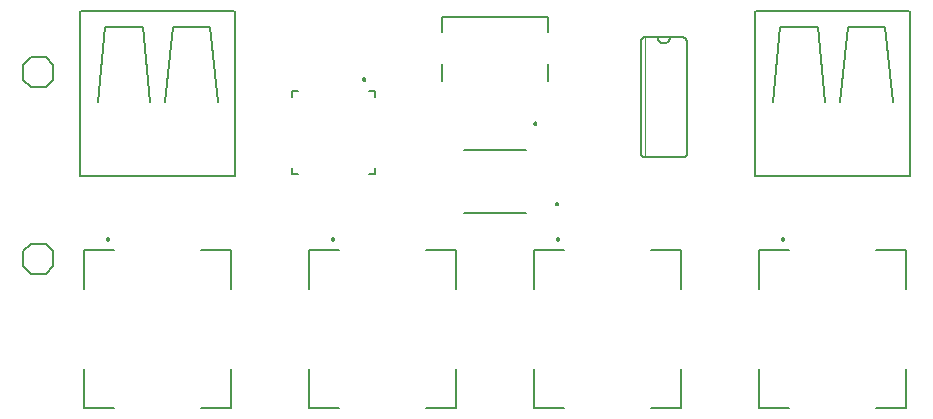
<source format=gbr>
G04 EAGLE Gerber RS-274X export*
G75*
%MOMM*%
%FSLAX34Y34*%
%LPD*%
%INSilkscreen Top*%
%IPPOS*%
%AMOC8*
5,1,8,0,0,1.08239X$1,22.5*%
G01*
%ADD10C,0.127000*%
%ADD11C,0.200000*%
%ADD12C,0.152400*%
%ADD13C,0.050800*%


D10*
X128000Y819813D02*
X128000Y852813D01*
X153500Y852813D01*
X227500Y852813D02*
X253000Y852813D01*
X253000Y819813D01*
X128000Y751813D02*
X128000Y718813D01*
X153500Y718813D01*
X227500Y718813D02*
X253000Y718813D01*
X253000Y751813D01*
D11*
X147500Y861813D02*
X147502Y861876D01*
X147508Y861938D01*
X147518Y862000D01*
X147531Y862062D01*
X147549Y862122D01*
X147570Y862181D01*
X147595Y862239D01*
X147624Y862295D01*
X147656Y862349D01*
X147691Y862401D01*
X147729Y862450D01*
X147771Y862498D01*
X147815Y862542D01*
X147863Y862584D01*
X147912Y862622D01*
X147964Y862657D01*
X148018Y862689D01*
X148074Y862718D01*
X148132Y862743D01*
X148191Y862764D01*
X148251Y862782D01*
X148313Y862795D01*
X148375Y862805D01*
X148437Y862811D01*
X148500Y862813D01*
X148563Y862811D01*
X148625Y862805D01*
X148687Y862795D01*
X148749Y862782D01*
X148809Y862764D01*
X148868Y862743D01*
X148926Y862718D01*
X148982Y862689D01*
X149036Y862657D01*
X149088Y862622D01*
X149137Y862584D01*
X149185Y862542D01*
X149229Y862498D01*
X149271Y862450D01*
X149309Y862401D01*
X149344Y862349D01*
X149376Y862295D01*
X149405Y862239D01*
X149430Y862181D01*
X149451Y862122D01*
X149469Y862062D01*
X149482Y862000D01*
X149492Y861938D01*
X149498Y861876D01*
X149500Y861813D01*
X149498Y861750D01*
X149492Y861688D01*
X149482Y861626D01*
X149469Y861564D01*
X149451Y861504D01*
X149430Y861445D01*
X149405Y861387D01*
X149376Y861331D01*
X149344Y861277D01*
X149309Y861225D01*
X149271Y861176D01*
X149229Y861128D01*
X149185Y861084D01*
X149137Y861042D01*
X149088Y861004D01*
X149036Y860969D01*
X148982Y860937D01*
X148926Y860908D01*
X148868Y860883D01*
X148809Y860862D01*
X148749Y860844D01*
X148687Y860831D01*
X148625Y860821D01*
X148563Y860815D01*
X148500Y860813D01*
X148437Y860815D01*
X148375Y860821D01*
X148313Y860831D01*
X148251Y860844D01*
X148191Y860862D01*
X148132Y860883D01*
X148074Y860908D01*
X148018Y860937D01*
X147964Y860969D01*
X147912Y861004D01*
X147863Y861042D01*
X147815Y861084D01*
X147771Y861128D01*
X147729Y861176D01*
X147691Y861225D01*
X147656Y861277D01*
X147624Y861331D01*
X147595Y861387D01*
X147570Y861445D01*
X147549Y861504D01*
X147531Y861564D01*
X147518Y861626D01*
X147508Y861688D01*
X147502Y861750D01*
X147500Y861813D01*
D10*
X318500Y852813D02*
X318500Y819813D01*
X318500Y852813D02*
X344000Y852813D01*
X418000Y852813D02*
X443500Y852813D01*
X443500Y819813D01*
X318500Y751813D02*
X318500Y718813D01*
X344000Y718813D01*
X418000Y718813D02*
X443500Y718813D01*
X443500Y751813D01*
D11*
X338000Y861813D02*
X338002Y861876D01*
X338008Y861938D01*
X338018Y862000D01*
X338031Y862062D01*
X338049Y862122D01*
X338070Y862181D01*
X338095Y862239D01*
X338124Y862295D01*
X338156Y862349D01*
X338191Y862401D01*
X338229Y862450D01*
X338271Y862498D01*
X338315Y862542D01*
X338363Y862584D01*
X338412Y862622D01*
X338464Y862657D01*
X338518Y862689D01*
X338574Y862718D01*
X338632Y862743D01*
X338691Y862764D01*
X338751Y862782D01*
X338813Y862795D01*
X338875Y862805D01*
X338937Y862811D01*
X339000Y862813D01*
X339063Y862811D01*
X339125Y862805D01*
X339187Y862795D01*
X339249Y862782D01*
X339309Y862764D01*
X339368Y862743D01*
X339426Y862718D01*
X339482Y862689D01*
X339536Y862657D01*
X339588Y862622D01*
X339637Y862584D01*
X339685Y862542D01*
X339729Y862498D01*
X339771Y862450D01*
X339809Y862401D01*
X339844Y862349D01*
X339876Y862295D01*
X339905Y862239D01*
X339930Y862181D01*
X339951Y862122D01*
X339969Y862062D01*
X339982Y862000D01*
X339992Y861938D01*
X339998Y861876D01*
X340000Y861813D01*
X339998Y861750D01*
X339992Y861688D01*
X339982Y861626D01*
X339969Y861564D01*
X339951Y861504D01*
X339930Y861445D01*
X339905Y861387D01*
X339876Y861331D01*
X339844Y861277D01*
X339809Y861225D01*
X339771Y861176D01*
X339729Y861128D01*
X339685Y861084D01*
X339637Y861042D01*
X339588Y861004D01*
X339536Y860969D01*
X339482Y860937D01*
X339426Y860908D01*
X339368Y860883D01*
X339309Y860862D01*
X339249Y860844D01*
X339187Y860831D01*
X339125Y860821D01*
X339063Y860815D01*
X339000Y860813D01*
X338937Y860815D01*
X338875Y860821D01*
X338813Y860831D01*
X338751Y860844D01*
X338691Y860862D01*
X338632Y860883D01*
X338574Y860908D01*
X338518Y860937D01*
X338464Y860969D01*
X338412Y861004D01*
X338363Y861042D01*
X338315Y861084D01*
X338271Y861128D01*
X338229Y861176D01*
X338191Y861225D01*
X338156Y861277D01*
X338124Y861331D01*
X338095Y861387D01*
X338070Y861445D01*
X338049Y861504D01*
X338031Y861564D01*
X338018Y861626D01*
X338008Y861688D01*
X338002Y861750D01*
X338000Y861813D01*
D10*
X509000Y852813D02*
X509000Y819813D01*
X509000Y852813D02*
X534500Y852813D01*
X608500Y852813D02*
X634000Y852813D01*
X634000Y819813D01*
X509000Y751813D02*
X509000Y718813D01*
X534500Y718813D01*
X608500Y718813D02*
X634000Y718813D01*
X634000Y751813D01*
D11*
X528500Y861813D02*
X528502Y861876D01*
X528508Y861938D01*
X528518Y862000D01*
X528531Y862062D01*
X528549Y862122D01*
X528570Y862181D01*
X528595Y862239D01*
X528624Y862295D01*
X528656Y862349D01*
X528691Y862401D01*
X528729Y862450D01*
X528771Y862498D01*
X528815Y862542D01*
X528863Y862584D01*
X528912Y862622D01*
X528964Y862657D01*
X529018Y862689D01*
X529074Y862718D01*
X529132Y862743D01*
X529191Y862764D01*
X529251Y862782D01*
X529313Y862795D01*
X529375Y862805D01*
X529437Y862811D01*
X529500Y862813D01*
X529563Y862811D01*
X529625Y862805D01*
X529687Y862795D01*
X529749Y862782D01*
X529809Y862764D01*
X529868Y862743D01*
X529926Y862718D01*
X529982Y862689D01*
X530036Y862657D01*
X530088Y862622D01*
X530137Y862584D01*
X530185Y862542D01*
X530229Y862498D01*
X530271Y862450D01*
X530309Y862401D01*
X530344Y862349D01*
X530376Y862295D01*
X530405Y862239D01*
X530430Y862181D01*
X530451Y862122D01*
X530469Y862062D01*
X530482Y862000D01*
X530492Y861938D01*
X530498Y861876D01*
X530500Y861813D01*
X530498Y861750D01*
X530492Y861688D01*
X530482Y861626D01*
X530469Y861564D01*
X530451Y861504D01*
X530430Y861445D01*
X530405Y861387D01*
X530376Y861331D01*
X530344Y861277D01*
X530309Y861225D01*
X530271Y861176D01*
X530229Y861128D01*
X530185Y861084D01*
X530137Y861042D01*
X530088Y861004D01*
X530036Y860969D01*
X529982Y860937D01*
X529926Y860908D01*
X529868Y860883D01*
X529809Y860862D01*
X529749Y860844D01*
X529687Y860831D01*
X529625Y860821D01*
X529563Y860815D01*
X529500Y860813D01*
X529437Y860815D01*
X529375Y860821D01*
X529313Y860831D01*
X529251Y860844D01*
X529191Y860862D01*
X529132Y860883D01*
X529074Y860908D01*
X529018Y860937D01*
X528964Y860969D01*
X528912Y861004D01*
X528863Y861042D01*
X528815Y861084D01*
X528771Y861128D01*
X528729Y861176D01*
X528691Y861225D01*
X528656Y861277D01*
X528624Y861331D01*
X528595Y861387D01*
X528570Y861445D01*
X528549Y861504D01*
X528531Y861564D01*
X528518Y861626D01*
X528508Y861688D01*
X528502Y861750D01*
X528500Y861813D01*
D10*
X699500Y852813D02*
X699500Y819813D01*
X699500Y852813D02*
X725000Y852813D01*
X799000Y852813D02*
X824500Y852813D01*
X824500Y819813D01*
X699500Y751813D02*
X699500Y718813D01*
X725000Y718813D01*
X799000Y718813D02*
X824500Y718813D01*
X824500Y751813D01*
D11*
X719000Y861813D02*
X719002Y861876D01*
X719008Y861938D01*
X719018Y862000D01*
X719031Y862062D01*
X719049Y862122D01*
X719070Y862181D01*
X719095Y862239D01*
X719124Y862295D01*
X719156Y862349D01*
X719191Y862401D01*
X719229Y862450D01*
X719271Y862498D01*
X719315Y862542D01*
X719363Y862584D01*
X719412Y862622D01*
X719464Y862657D01*
X719518Y862689D01*
X719574Y862718D01*
X719632Y862743D01*
X719691Y862764D01*
X719751Y862782D01*
X719813Y862795D01*
X719875Y862805D01*
X719937Y862811D01*
X720000Y862813D01*
X720063Y862811D01*
X720125Y862805D01*
X720187Y862795D01*
X720249Y862782D01*
X720309Y862764D01*
X720368Y862743D01*
X720426Y862718D01*
X720482Y862689D01*
X720536Y862657D01*
X720588Y862622D01*
X720637Y862584D01*
X720685Y862542D01*
X720729Y862498D01*
X720771Y862450D01*
X720809Y862401D01*
X720844Y862349D01*
X720876Y862295D01*
X720905Y862239D01*
X720930Y862181D01*
X720951Y862122D01*
X720969Y862062D01*
X720982Y862000D01*
X720992Y861938D01*
X720998Y861876D01*
X721000Y861813D01*
X720998Y861750D01*
X720992Y861688D01*
X720982Y861626D01*
X720969Y861564D01*
X720951Y861504D01*
X720930Y861445D01*
X720905Y861387D01*
X720876Y861331D01*
X720844Y861277D01*
X720809Y861225D01*
X720771Y861176D01*
X720729Y861128D01*
X720685Y861084D01*
X720637Y861042D01*
X720588Y861004D01*
X720536Y860969D01*
X720482Y860937D01*
X720426Y860908D01*
X720368Y860883D01*
X720309Y860862D01*
X720249Y860844D01*
X720187Y860831D01*
X720125Y860821D01*
X720063Y860815D01*
X720000Y860813D01*
X719937Y860815D01*
X719875Y860821D01*
X719813Y860831D01*
X719751Y860844D01*
X719691Y860862D01*
X719632Y860883D01*
X719574Y860908D01*
X719518Y860937D01*
X719464Y860969D01*
X719412Y861004D01*
X719363Y861042D01*
X719315Y861084D01*
X719271Y861128D01*
X719229Y861176D01*
X719191Y861225D01*
X719156Y861277D01*
X719124Y861331D01*
X719095Y861387D01*
X719070Y861445D01*
X719049Y861504D01*
X719031Y861564D01*
X719018Y861626D01*
X719008Y861688D01*
X719002Y861750D01*
X719000Y861813D01*
D12*
X76597Y996752D02*
X76597Y1009452D01*
X82947Y1015802D01*
X95647Y1015802D01*
X101997Y1009452D01*
X95647Y990402D02*
X82947Y990402D01*
X76597Y996752D01*
X95647Y990402D02*
X101997Y996752D01*
X101997Y1009452D01*
X101997Y851694D02*
X101997Y838994D01*
X95647Y832644D01*
X82947Y832644D01*
X76597Y838994D01*
X82947Y858044D02*
X95647Y858044D01*
X101997Y851694D01*
X82947Y858044D02*
X76597Y851694D01*
X76597Y838994D01*
D11*
X527400Y891778D02*
X527402Y891841D01*
X527408Y891903D01*
X527418Y891965D01*
X527431Y892027D01*
X527449Y892087D01*
X527470Y892146D01*
X527495Y892204D01*
X527524Y892260D01*
X527556Y892314D01*
X527591Y892366D01*
X527629Y892415D01*
X527671Y892463D01*
X527715Y892507D01*
X527763Y892549D01*
X527812Y892587D01*
X527864Y892622D01*
X527918Y892654D01*
X527974Y892683D01*
X528032Y892708D01*
X528091Y892729D01*
X528151Y892747D01*
X528213Y892760D01*
X528275Y892770D01*
X528337Y892776D01*
X528400Y892778D01*
X528463Y892776D01*
X528525Y892770D01*
X528587Y892760D01*
X528649Y892747D01*
X528709Y892729D01*
X528768Y892708D01*
X528826Y892683D01*
X528882Y892654D01*
X528936Y892622D01*
X528988Y892587D01*
X529037Y892549D01*
X529085Y892507D01*
X529129Y892463D01*
X529171Y892415D01*
X529209Y892366D01*
X529244Y892314D01*
X529276Y892260D01*
X529305Y892204D01*
X529330Y892146D01*
X529351Y892087D01*
X529369Y892027D01*
X529382Y891965D01*
X529392Y891903D01*
X529398Y891841D01*
X529400Y891778D01*
X529398Y891715D01*
X529392Y891653D01*
X529382Y891591D01*
X529369Y891529D01*
X529351Y891469D01*
X529330Y891410D01*
X529305Y891352D01*
X529276Y891296D01*
X529244Y891242D01*
X529209Y891190D01*
X529171Y891141D01*
X529129Y891093D01*
X529085Y891049D01*
X529037Y891007D01*
X528988Y890969D01*
X528936Y890934D01*
X528882Y890902D01*
X528826Y890873D01*
X528768Y890848D01*
X528709Y890827D01*
X528649Y890809D01*
X528587Y890796D01*
X528525Y890786D01*
X528463Y890780D01*
X528400Y890778D01*
X528337Y890780D01*
X528275Y890786D01*
X528213Y890796D01*
X528151Y890809D01*
X528091Y890827D01*
X528032Y890848D01*
X527974Y890873D01*
X527918Y890902D01*
X527864Y890934D01*
X527812Y890969D01*
X527763Y891007D01*
X527715Y891049D01*
X527671Y891093D01*
X527629Y891141D01*
X527591Y891190D01*
X527556Y891242D01*
X527524Y891296D01*
X527495Y891352D01*
X527470Y891410D01*
X527449Y891469D01*
X527431Y891529D01*
X527418Y891591D01*
X527408Y891653D01*
X527402Y891715D01*
X527400Y891778D01*
D10*
X502650Y884428D02*
X449850Y884428D01*
X449850Y937228D02*
X502650Y937228D01*
D11*
X364328Y997250D02*
X364330Y997313D01*
X364336Y997375D01*
X364346Y997437D01*
X364359Y997499D01*
X364377Y997559D01*
X364398Y997618D01*
X364423Y997676D01*
X364452Y997732D01*
X364484Y997786D01*
X364519Y997838D01*
X364557Y997887D01*
X364599Y997935D01*
X364643Y997979D01*
X364691Y998021D01*
X364740Y998059D01*
X364792Y998094D01*
X364846Y998126D01*
X364902Y998155D01*
X364960Y998180D01*
X365019Y998201D01*
X365079Y998219D01*
X365141Y998232D01*
X365203Y998242D01*
X365265Y998248D01*
X365328Y998250D01*
X365391Y998248D01*
X365453Y998242D01*
X365515Y998232D01*
X365577Y998219D01*
X365637Y998201D01*
X365696Y998180D01*
X365754Y998155D01*
X365810Y998126D01*
X365864Y998094D01*
X365916Y998059D01*
X365965Y998021D01*
X366013Y997979D01*
X366057Y997935D01*
X366099Y997887D01*
X366137Y997838D01*
X366172Y997786D01*
X366204Y997732D01*
X366233Y997676D01*
X366258Y997618D01*
X366279Y997559D01*
X366297Y997499D01*
X366310Y997437D01*
X366320Y997375D01*
X366326Y997313D01*
X366328Y997250D01*
X366326Y997187D01*
X366320Y997125D01*
X366310Y997063D01*
X366297Y997001D01*
X366279Y996941D01*
X366258Y996882D01*
X366233Y996824D01*
X366204Y996768D01*
X366172Y996714D01*
X366137Y996662D01*
X366099Y996613D01*
X366057Y996565D01*
X366013Y996521D01*
X365965Y996479D01*
X365916Y996441D01*
X365864Y996406D01*
X365810Y996374D01*
X365754Y996345D01*
X365696Y996320D01*
X365637Y996299D01*
X365577Y996281D01*
X365515Y996268D01*
X365453Y996258D01*
X365391Y996252D01*
X365328Y996250D01*
X365265Y996252D01*
X365203Y996258D01*
X365141Y996268D01*
X365079Y996281D01*
X365019Y996299D01*
X364960Y996320D01*
X364902Y996345D01*
X364846Y996374D01*
X364792Y996406D01*
X364740Y996441D01*
X364691Y996479D01*
X364643Y996521D01*
X364599Y996565D01*
X364557Y996613D01*
X364519Y996662D01*
X364484Y996714D01*
X364452Y996768D01*
X364423Y996824D01*
X364398Y996882D01*
X364377Y996941D01*
X364359Y997001D01*
X364346Y997063D01*
X364336Y997125D01*
X364330Y997187D01*
X364328Y997250D01*
D10*
X304328Y922300D02*
X304328Y917500D01*
X374328Y917500D02*
X374328Y922300D01*
X304328Y982700D02*
X304328Y987500D01*
X374328Y987500D02*
X374328Y982700D01*
X309128Y917500D02*
X304328Y917500D01*
X369528Y917500D02*
X374328Y917500D01*
X309128Y987500D02*
X304328Y987500D01*
X369528Y987500D02*
X374328Y987500D01*
X256159Y1055370D02*
X256159Y915543D01*
X124841Y915543D02*
X124841Y1055370D01*
X125730Y1055370D02*
X255270Y1055370D01*
X255524Y915416D02*
X125476Y915416D01*
X139700Y977900D02*
X146050Y1041400D01*
X177800Y1041400D01*
X184150Y977900D01*
X241300Y977900D02*
X234950Y1041400D01*
X203200Y1041400D01*
X196850Y977900D01*
X827659Y915543D02*
X827659Y1055370D01*
X696341Y1055370D02*
X696341Y915543D01*
X697230Y1055370D02*
X826770Y1055370D01*
X827024Y915416D02*
X696976Y915416D01*
X711200Y977900D02*
X717550Y1041400D01*
X749300Y1041400D01*
X755650Y977900D01*
X812800Y977900D02*
X806450Y1041400D01*
X774700Y1041400D01*
X768350Y977900D01*
D12*
X638683Y935276D02*
X638683Y1029256D01*
X599567Y935276D02*
X599569Y935154D01*
X599575Y935032D01*
X599585Y934910D01*
X599598Y934789D01*
X599616Y934668D01*
X599637Y934548D01*
X599663Y934428D01*
X599692Y934310D01*
X599724Y934192D01*
X599761Y934075D01*
X599801Y933960D01*
X599845Y933846D01*
X599893Y933734D01*
X599944Y933623D01*
X599999Y933514D01*
X600057Y933406D01*
X600119Y933301D01*
X600184Y933198D01*
X600252Y933096D01*
X600324Y932997D01*
X600398Y932901D01*
X600476Y932806D01*
X600557Y932715D01*
X600640Y932625D01*
X600726Y932539D01*
X600816Y932456D01*
X600907Y932375D01*
X601002Y932297D01*
X601098Y932223D01*
X601197Y932151D01*
X601299Y932083D01*
X601402Y932018D01*
X601507Y931956D01*
X601615Y931898D01*
X601724Y931843D01*
X601835Y931792D01*
X601947Y931744D01*
X602061Y931700D01*
X602176Y931660D01*
X602293Y931623D01*
X602411Y931591D01*
X602529Y931562D01*
X602649Y931536D01*
X602769Y931515D01*
X602890Y931497D01*
X603011Y931484D01*
X603133Y931474D01*
X603255Y931468D01*
X603377Y931466D01*
X638683Y1029256D02*
X638681Y1029378D01*
X638675Y1029500D01*
X638665Y1029622D01*
X638652Y1029743D01*
X638634Y1029864D01*
X638613Y1029984D01*
X638587Y1030104D01*
X638558Y1030222D01*
X638526Y1030340D01*
X638489Y1030457D01*
X638449Y1030572D01*
X638405Y1030686D01*
X638357Y1030798D01*
X638306Y1030909D01*
X638251Y1031018D01*
X638193Y1031126D01*
X638131Y1031231D01*
X638066Y1031334D01*
X637998Y1031436D01*
X637926Y1031535D01*
X637852Y1031631D01*
X637774Y1031726D01*
X637693Y1031817D01*
X637610Y1031907D01*
X637524Y1031993D01*
X637434Y1032076D01*
X637343Y1032157D01*
X637248Y1032235D01*
X637152Y1032309D01*
X637053Y1032381D01*
X636951Y1032449D01*
X636848Y1032514D01*
X636743Y1032576D01*
X636635Y1032634D01*
X636526Y1032689D01*
X636415Y1032740D01*
X636303Y1032788D01*
X636189Y1032832D01*
X636074Y1032872D01*
X635957Y1032909D01*
X635839Y1032941D01*
X635721Y1032970D01*
X635601Y1032996D01*
X635481Y1033017D01*
X635360Y1033035D01*
X635239Y1033048D01*
X635117Y1033058D01*
X634995Y1033064D01*
X634873Y1033066D01*
X638683Y935276D02*
X638681Y935154D01*
X638675Y935032D01*
X638665Y934910D01*
X638652Y934789D01*
X638634Y934668D01*
X638613Y934548D01*
X638587Y934428D01*
X638558Y934310D01*
X638526Y934192D01*
X638489Y934075D01*
X638449Y933960D01*
X638405Y933846D01*
X638357Y933734D01*
X638306Y933623D01*
X638251Y933514D01*
X638193Y933406D01*
X638131Y933301D01*
X638066Y933198D01*
X637998Y933096D01*
X637926Y932997D01*
X637852Y932901D01*
X637774Y932806D01*
X637693Y932715D01*
X637610Y932625D01*
X637524Y932539D01*
X637434Y932456D01*
X637343Y932375D01*
X637248Y932297D01*
X637152Y932223D01*
X637053Y932151D01*
X636951Y932083D01*
X636848Y932018D01*
X636743Y931956D01*
X636635Y931898D01*
X636526Y931843D01*
X636415Y931792D01*
X636303Y931744D01*
X636189Y931700D01*
X636074Y931660D01*
X635957Y931623D01*
X635839Y931591D01*
X635721Y931562D01*
X635601Y931536D01*
X635481Y931515D01*
X635360Y931497D01*
X635239Y931484D01*
X635117Y931474D01*
X634995Y931468D01*
X634873Y931466D01*
X599567Y1029256D02*
X599569Y1029378D01*
X599575Y1029500D01*
X599585Y1029622D01*
X599598Y1029743D01*
X599616Y1029864D01*
X599637Y1029984D01*
X599663Y1030104D01*
X599692Y1030222D01*
X599724Y1030340D01*
X599761Y1030457D01*
X599801Y1030572D01*
X599845Y1030686D01*
X599893Y1030798D01*
X599944Y1030909D01*
X599999Y1031018D01*
X600057Y1031126D01*
X600119Y1031231D01*
X600184Y1031334D01*
X600252Y1031436D01*
X600324Y1031535D01*
X600398Y1031631D01*
X600476Y1031726D01*
X600557Y1031817D01*
X600640Y1031907D01*
X600726Y1031993D01*
X600816Y1032076D01*
X600907Y1032157D01*
X601002Y1032235D01*
X601098Y1032309D01*
X601197Y1032381D01*
X601299Y1032449D01*
X601402Y1032514D01*
X601507Y1032576D01*
X601615Y1032634D01*
X601724Y1032689D01*
X601835Y1032740D01*
X601947Y1032788D01*
X602061Y1032832D01*
X602176Y1032872D01*
X602293Y1032909D01*
X602411Y1032941D01*
X602529Y1032970D01*
X602649Y1032996D01*
X602769Y1033017D01*
X602890Y1033035D01*
X603011Y1033048D01*
X603133Y1033058D01*
X603255Y1033064D01*
X603377Y1033066D01*
X599567Y1029256D02*
X599567Y935276D01*
X603377Y931466D02*
X634873Y931466D01*
X634873Y1033066D02*
X624205Y1033066D01*
X614045Y1033066D01*
X603377Y1033066D01*
X614045Y1033066D02*
X614047Y1032925D01*
X614053Y1032784D01*
X614063Y1032643D01*
X614076Y1032502D01*
X614094Y1032362D01*
X614116Y1032223D01*
X614141Y1032084D01*
X614170Y1031945D01*
X614203Y1031808D01*
X614240Y1031672D01*
X614281Y1031537D01*
X614325Y1031402D01*
X614373Y1031270D01*
X614425Y1031138D01*
X614480Y1031008D01*
X614539Y1030880D01*
X614602Y1030753D01*
X614668Y1030629D01*
X614737Y1030506D01*
X614810Y1030385D01*
X614886Y1030266D01*
X614966Y1030149D01*
X615049Y1030035D01*
X615134Y1029922D01*
X615223Y1029813D01*
X615315Y1029705D01*
X615410Y1029601D01*
X615508Y1029499D01*
X615609Y1029400D01*
X615712Y1029303D01*
X615818Y1029210D01*
X615926Y1029120D01*
X616037Y1029032D01*
X616150Y1028948D01*
X616266Y1028867D01*
X616384Y1028789D01*
X616504Y1028714D01*
X616626Y1028643D01*
X616750Y1028575D01*
X616876Y1028511D01*
X617003Y1028450D01*
X617132Y1028393D01*
X617263Y1028340D01*
X617395Y1028290D01*
X617528Y1028243D01*
X617663Y1028201D01*
X617799Y1028162D01*
X617936Y1028127D01*
X618073Y1028096D01*
X618212Y1028069D01*
X618351Y1028045D01*
X618491Y1028026D01*
X618631Y1028010D01*
X618772Y1027998D01*
X618913Y1027990D01*
X619054Y1027986D01*
X619196Y1027986D01*
X619337Y1027990D01*
X619478Y1027998D01*
X619619Y1028010D01*
X619759Y1028026D01*
X619899Y1028045D01*
X620038Y1028069D01*
X620177Y1028096D01*
X620314Y1028127D01*
X620451Y1028162D01*
X620587Y1028201D01*
X620722Y1028243D01*
X620855Y1028290D01*
X620987Y1028340D01*
X621118Y1028393D01*
X621247Y1028450D01*
X621374Y1028511D01*
X621500Y1028575D01*
X621624Y1028643D01*
X621746Y1028714D01*
X621866Y1028789D01*
X621984Y1028867D01*
X622100Y1028948D01*
X622213Y1029032D01*
X622324Y1029120D01*
X622432Y1029210D01*
X622538Y1029303D01*
X622641Y1029400D01*
X622742Y1029499D01*
X622840Y1029601D01*
X622935Y1029705D01*
X623027Y1029813D01*
X623116Y1029922D01*
X623201Y1030035D01*
X623284Y1030149D01*
X623364Y1030266D01*
X623440Y1030385D01*
X623513Y1030506D01*
X623582Y1030629D01*
X623648Y1030753D01*
X623711Y1030880D01*
X623770Y1031008D01*
X623825Y1031138D01*
X623877Y1031270D01*
X623925Y1031402D01*
X623969Y1031537D01*
X624010Y1031672D01*
X624047Y1031808D01*
X624080Y1031945D01*
X624109Y1032084D01*
X624134Y1032223D01*
X624156Y1032362D01*
X624174Y1032502D01*
X624187Y1032643D01*
X624197Y1032784D01*
X624203Y1032925D01*
X624205Y1033066D01*
D13*
X603123Y1033066D02*
X603123Y931466D01*
D10*
X520950Y995838D02*
X520950Y1010238D01*
X431550Y1010238D02*
X431550Y995838D01*
X431550Y1037638D02*
X431550Y1049938D01*
X520950Y1049938D01*
X520950Y1037638D01*
D11*
X509250Y959938D02*
X509252Y960001D01*
X509258Y960063D01*
X509268Y960125D01*
X509281Y960187D01*
X509299Y960247D01*
X509320Y960306D01*
X509345Y960364D01*
X509374Y960420D01*
X509406Y960474D01*
X509441Y960526D01*
X509479Y960575D01*
X509521Y960623D01*
X509565Y960667D01*
X509613Y960709D01*
X509662Y960747D01*
X509714Y960782D01*
X509768Y960814D01*
X509824Y960843D01*
X509882Y960868D01*
X509941Y960889D01*
X510001Y960907D01*
X510063Y960920D01*
X510125Y960930D01*
X510187Y960936D01*
X510250Y960938D01*
X510313Y960936D01*
X510375Y960930D01*
X510437Y960920D01*
X510499Y960907D01*
X510559Y960889D01*
X510618Y960868D01*
X510676Y960843D01*
X510732Y960814D01*
X510786Y960782D01*
X510838Y960747D01*
X510887Y960709D01*
X510935Y960667D01*
X510979Y960623D01*
X511021Y960575D01*
X511059Y960526D01*
X511094Y960474D01*
X511126Y960420D01*
X511155Y960364D01*
X511180Y960306D01*
X511201Y960247D01*
X511219Y960187D01*
X511232Y960125D01*
X511242Y960063D01*
X511248Y960001D01*
X511250Y959938D01*
X511248Y959875D01*
X511242Y959813D01*
X511232Y959751D01*
X511219Y959689D01*
X511201Y959629D01*
X511180Y959570D01*
X511155Y959512D01*
X511126Y959456D01*
X511094Y959402D01*
X511059Y959350D01*
X511021Y959301D01*
X510979Y959253D01*
X510935Y959209D01*
X510887Y959167D01*
X510838Y959129D01*
X510786Y959094D01*
X510732Y959062D01*
X510676Y959033D01*
X510618Y959008D01*
X510559Y958987D01*
X510499Y958969D01*
X510437Y958956D01*
X510375Y958946D01*
X510313Y958940D01*
X510250Y958938D01*
X510187Y958940D01*
X510125Y958946D01*
X510063Y958956D01*
X510001Y958969D01*
X509941Y958987D01*
X509882Y959008D01*
X509824Y959033D01*
X509768Y959062D01*
X509714Y959094D01*
X509662Y959129D01*
X509613Y959167D01*
X509565Y959209D01*
X509521Y959253D01*
X509479Y959301D01*
X509441Y959350D01*
X509406Y959402D01*
X509374Y959456D01*
X509345Y959512D01*
X509320Y959570D01*
X509299Y959629D01*
X509281Y959689D01*
X509268Y959751D01*
X509258Y959813D01*
X509252Y959875D01*
X509250Y959938D01*
M02*

</source>
